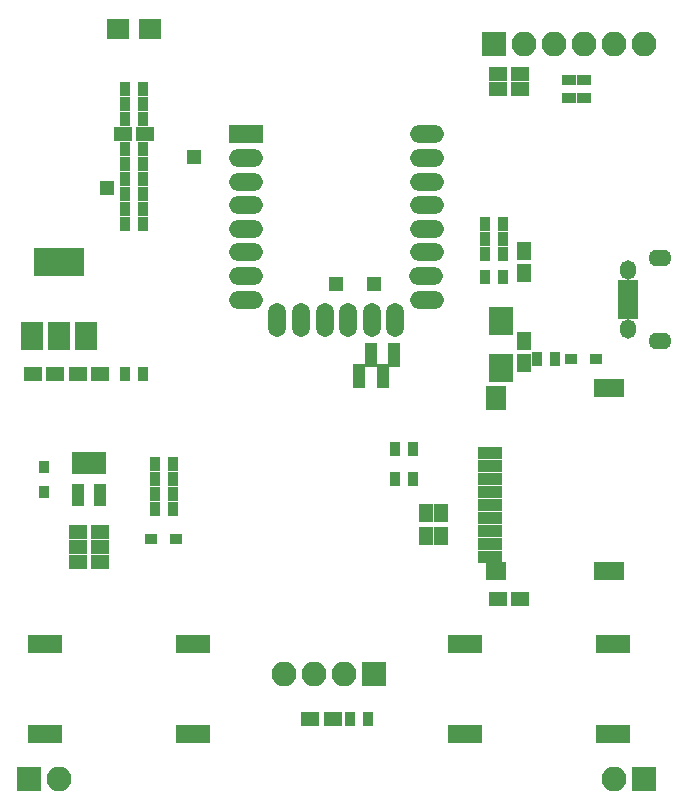
<source format=gts>
G04 #@! TF.FileFunction,Soldermask,Top*
%FSLAX46Y46*%
G04 Gerber Fmt 4.6, Leading zero omitted, Abs format (unit mm)*
G04 Created by KiCad (PCBNEW 4.0.6) date 01/13/18 12:32:37*
%MOMM*%
%LPD*%
G01*
G04 APERTURE LIST*
%ADD10C,0.100000*%
%ADD11R,2.600000X1.600000*%
%ADD12R,1.800000X2.000000*%
%ADD13R,1.800000X1.600000*%
%ADD14R,2.000000X1.100000*%
%ADD15R,1.150000X1.600000*%
%ADD16R,1.600000X1.150000*%
%ADD17R,2.000000X2.400000*%
%ADD18R,1.000000X0.850000*%
%ADD19R,0.850000X1.000000*%
%ADD20R,1.900000X1.700000*%
%ADD21R,2.100000X2.100000*%
%ADD22O,2.100000X2.100000*%
%ADD23R,1.750000X0.800000*%
%ADD24O,1.350000X1.650000*%
%ADD25O,1.950000X1.400000*%
%ADD26R,0.900000X1.300000*%
%ADD27R,1.300000X0.900000*%
%ADD28R,2.900000X1.600000*%
%ADD29R,1.250000X1.250000*%
%ADD30R,2.900000X1.500000*%
%ADD31O,2.900000X1.500000*%
%ADD32O,1.500000X2.900000*%
%ADD33R,1.050000X1.960000*%
%ADD34R,4.200000X2.400000*%
%ADD35R,1.900000X2.400000*%
%ADD36R,1.000000X2.150000*%
G04 APERTURE END LIST*
D10*
D11*
X83420000Y-68450000D03*
X83420000Y-83950000D03*
D12*
X73820000Y-69350000D03*
D13*
X73820000Y-83950000D03*
D14*
X73320000Y-82800000D03*
X73320000Y-80600000D03*
X73320000Y-81700000D03*
X73320000Y-79500000D03*
X73320000Y-78400000D03*
X73320000Y-77300000D03*
X73320000Y-74000000D03*
X73320000Y-75100000D03*
X73320000Y-76200000D03*
D15*
X69215000Y-79060000D03*
X69215000Y-80960000D03*
X67945000Y-79060000D03*
X67945000Y-80960000D03*
D16*
X75880000Y-86360000D03*
X73980000Y-86360000D03*
X44130000Y-46990000D03*
X42230000Y-46990000D03*
D15*
X76200000Y-56835000D03*
X76200000Y-58735000D03*
D16*
X40320000Y-81915000D03*
X38420000Y-81915000D03*
X40320000Y-83185000D03*
X38420000Y-83185000D03*
X40320000Y-67310000D03*
X38420000Y-67310000D03*
X40320000Y-80645000D03*
X38420000Y-80645000D03*
X36510000Y-67310000D03*
X34610000Y-67310000D03*
X75880000Y-43180000D03*
X73980000Y-43180000D03*
X75880000Y-41910000D03*
X73980000Y-41910000D03*
X60005000Y-96520000D03*
X58105000Y-96520000D03*
D15*
X76200000Y-66355000D03*
X76200000Y-64455000D03*
D17*
X74295000Y-66770000D03*
X74295000Y-62770000D03*
D18*
X44670000Y-81280000D03*
X46770000Y-81280000D03*
D19*
X35560000Y-75150000D03*
X35560000Y-77250000D03*
D18*
X80230000Y-66040000D03*
X82330000Y-66040000D03*
D20*
X44530000Y-38100000D03*
X41830000Y-38100000D03*
D21*
X63500000Y-92710000D03*
D22*
X60960000Y-92710000D03*
X58420000Y-92710000D03*
X55880000Y-92710000D03*
D21*
X73660000Y-39370000D03*
D22*
X76200000Y-39370000D03*
X78740000Y-39370000D03*
X81280000Y-39370000D03*
X83820000Y-39370000D03*
X86360000Y-39370000D03*
D21*
X34290000Y-101600000D03*
D22*
X36830000Y-101600000D03*
D21*
X86360000Y-101600000D03*
D22*
X83820000Y-101600000D03*
D23*
X85010000Y-62260000D03*
X85010000Y-61610000D03*
X85010000Y-60960000D03*
X85010000Y-60310000D03*
X85010000Y-59660000D03*
D24*
X85010000Y-63460000D03*
X85010000Y-58460000D03*
D25*
X87710000Y-64460000D03*
X87710000Y-57460000D03*
D26*
X66790000Y-76200000D03*
X65290000Y-76200000D03*
X66790000Y-73660000D03*
X65290000Y-73660000D03*
X72910000Y-59055000D03*
X74410000Y-59055000D03*
X42430000Y-54610000D03*
X43930000Y-54610000D03*
X72910000Y-55880000D03*
X74410000Y-55880000D03*
X72910000Y-57150000D03*
X74410000Y-57150000D03*
X43930000Y-45720000D03*
X42430000Y-45720000D03*
X44970000Y-77470000D03*
X46470000Y-77470000D03*
X44970000Y-76200000D03*
X46470000Y-76200000D03*
X44970000Y-78740000D03*
X46470000Y-78740000D03*
X43930000Y-67310000D03*
X42430000Y-67310000D03*
X46470000Y-74930000D03*
X44970000Y-74930000D03*
D27*
X81280000Y-43930000D03*
X81280000Y-42430000D03*
X80010000Y-43930000D03*
X80010000Y-42430000D03*
D26*
X62980000Y-96520000D03*
X61480000Y-96520000D03*
X78855000Y-66040000D03*
X77355000Y-66040000D03*
X43930000Y-53340000D03*
X42430000Y-53340000D03*
X43930000Y-43180000D03*
X42430000Y-43180000D03*
X43930000Y-44450000D03*
X42430000Y-44450000D03*
X72910000Y-54610000D03*
X74410000Y-54610000D03*
X42430000Y-52070000D03*
X43930000Y-52070000D03*
X42430000Y-50800000D03*
X43930000Y-50800000D03*
X43930000Y-49530000D03*
X42430000Y-49530000D03*
X43930000Y-48260000D03*
X42430000Y-48260000D03*
D28*
X48160000Y-97790000D03*
X35660000Y-97790000D03*
X48160000Y-90170000D03*
X35660000Y-90170000D03*
X83720000Y-97790000D03*
X71220000Y-97790000D03*
X83720000Y-90170000D03*
X71220000Y-90170000D03*
D29*
X63500000Y-59690000D03*
X48260000Y-48895000D03*
X60325000Y-59690000D03*
X40894000Y-51562000D03*
D30*
X52640000Y-46990000D03*
D31*
X52640000Y-48990000D03*
X52640000Y-50990000D03*
X52640000Y-52990000D03*
X52640000Y-54990000D03*
X52640000Y-56990000D03*
X52640000Y-58990000D03*
X52640000Y-60990000D03*
X68040000Y-60990000D03*
X67940000Y-58990000D03*
X68040000Y-56990000D03*
X68040000Y-54990000D03*
X68040000Y-52990000D03*
X68040000Y-50990000D03*
X68040000Y-48990000D03*
X68040000Y-46990000D03*
D32*
X55330000Y-62690000D03*
X57330000Y-62690000D03*
X59330000Y-62690000D03*
X61330000Y-62690000D03*
X63330000Y-62690000D03*
X65330000Y-62690000D03*
D33*
X40320000Y-74850000D03*
X39370000Y-74850000D03*
X38420000Y-74850000D03*
X38420000Y-77550000D03*
X40320000Y-77550000D03*
D34*
X36830000Y-57810000D03*
D35*
X36830000Y-64110000D03*
X39130000Y-64110000D03*
X34530000Y-64110000D03*
D36*
X65254000Y-65673000D03*
X63254000Y-65673000D03*
X64254000Y-67423000D03*
X62254000Y-67423000D03*
M02*

</source>
